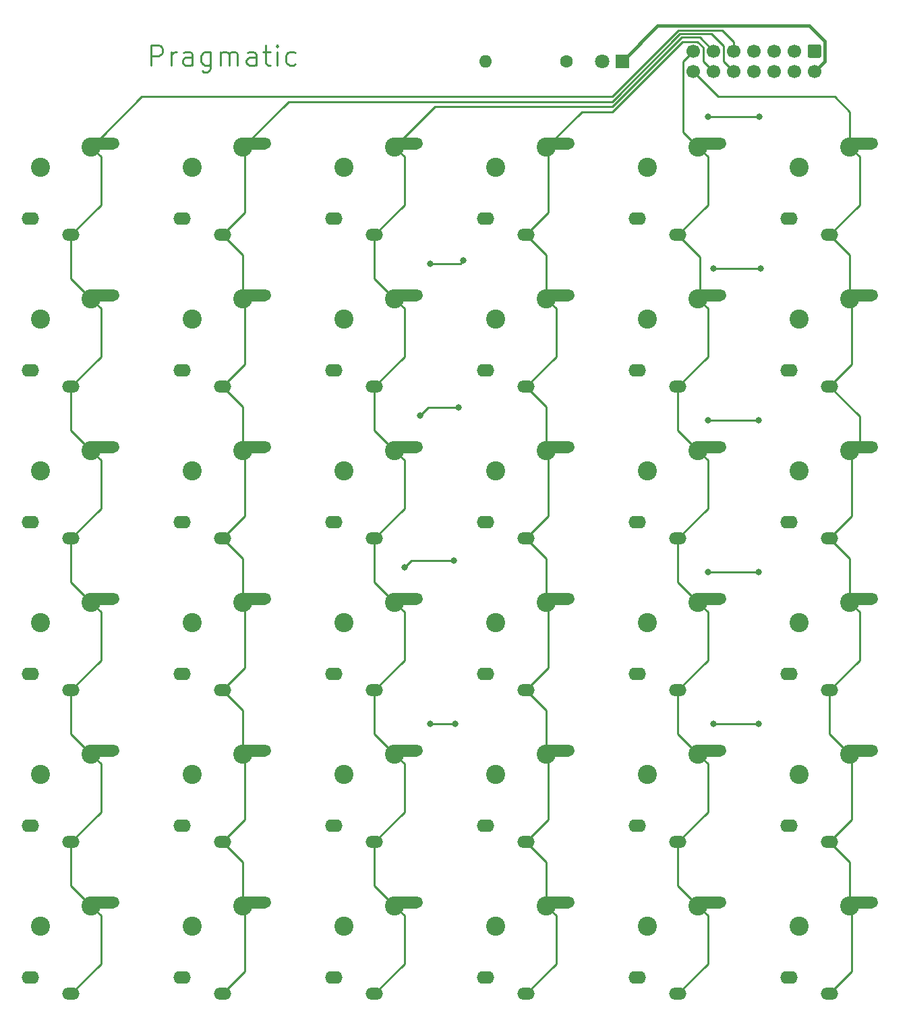
<source format=gbr>
%TF.GenerationSoftware,KiCad,Pcbnew,(5.1.10-1-10_14)*%
%TF.CreationDate,2021-11-08T13:37:15+08:00*%
%TF.ProjectId,Pragmatic,50726167-6d61-4746-9963-2e6b69636164,rev?*%
%TF.SameCoordinates,Original*%
%TF.FileFunction,Copper,L1,Top*%
%TF.FilePolarity,Positive*%
%FSLAX46Y46*%
G04 Gerber Fmt 4.6, Leading zero omitted, Abs format (unit mm)*
G04 Created by KiCad (PCBNEW (5.1.10-1-10_14)) date 2021-11-08 13:37:15*
%MOMM*%
%LPD*%
G01*
G04 APERTURE LIST*
%ADD10C,0.254000*%
%TA.AperFunction,ComponentPad*%
%ADD11C,2.400000*%
%TD*%
%TA.AperFunction,ComponentPad*%
%ADD12O,2.200000X1.600000*%
%TD*%
%TA.AperFunction,ComponentPad*%
%ADD13O,2.200000X1.500000*%
%TD*%
%TA.AperFunction,ComponentPad*%
%ADD14O,1.600000X1.600000*%
%TD*%
%TA.AperFunction,ComponentPad*%
%ADD15C,1.600000*%
%TD*%
%TA.AperFunction,ComponentPad*%
%ADD16C,1.700000*%
%TD*%
%TA.AperFunction,ComponentPad*%
%ADD17C,1.800000*%
%TD*%
%TA.AperFunction,ComponentPad*%
%ADD18R,1.800000X1.800000*%
%TD*%
%TA.AperFunction,ViaPad*%
%ADD19C,0.800000*%
%TD*%
%TA.AperFunction,Conductor*%
%ADD20C,0.250000*%
%TD*%
%TA.AperFunction,Conductor*%
%ADD21C,0.400000*%
%TD*%
G04 APERTURE END LIST*
%TO.C,REF\u002A\u002A*%
D10*
X67189047Y-41789047D02*
X67189047Y-39249047D01*
X68156666Y-39249047D01*
X68398571Y-39370000D01*
X68519523Y-39490952D01*
X68640476Y-39732857D01*
X68640476Y-40095714D01*
X68519523Y-40337619D01*
X68398571Y-40458571D01*
X68156666Y-40579523D01*
X67189047Y-40579523D01*
X69729047Y-41789047D02*
X69729047Y-40095714D01*
X69729047Y-40579523D02*
X69850000Y-40337619D01*
X69970952Y-40216666D01*
X70212857Y-40095714D01*
X70454761Y-40095714D01*
X72390000Y-41789047D02*
X72390000Y-40458571D01*
X72269047Y-40216666D01*
X72027142Y-40095714D01*
X71543333Y-40095714D01*
X71301428Y-40216666D01*
X72390000Y-41668095D02*
X72148095Y-41789047D01*
X71543333Y-41789047D01*
X71301428Y-41668095D01*
X71180476Y-41426190D01*
X71180476Y-41184285D01*
X71301428Y-40942380D01*
X71543333Y-40821428D01*
X72148095Y-40821428D01*
X72390000Y-40700476D01*
X74688095Y-40095714D02*
X74688095Y-42151904D01*
X74567142Y-42393809D01*
X74446190Y-42514761D01*
X74204285Y-42635714D01*
X73841428Y-42635714D01*
X73599523Y-42514761D01*
X74688095Y-41668095D02*
X74446190Y-41789047D01*
X73962380Y-41789047D01*
X73720476Y-41668095D01*
X73599523Y-41547142D01*
X73478571Y-41305238D01*
X73478571Y-40579523D01*
X73599523Y-40337619D01*
X73720476Y-40216666D01*
X73962380Y-40095714D01*
X74446190Y-40095714D01*
X74688095Y-40216666D01*
X75897619Y-41789047D02*
X75897619Y-40095714D01*
X75897619Y-40337619D02*
X76018571Y-40216666D01*
X76260476Y-40095714D01*
X76623333Y-40095714D01*
X76865238Y-40216666D01*
X76986190Y-40458571D01*
X76986190Y-41789047D01*
X76986190Y-40458571D02*
X77107142Y-40216666D01*
X77349047Y-40095714D01*
X77711904Y-40095714D01*
X77953809Y-40216666D01*
X78074761Y-40458571D01*
X78074761Y-41789047D01*
X80372857Y-41789047D02*
X80372857Y-40458571D01*
X80251904Y-40216666D01*
X80010000Y-40095714D01*
X79526190Y-40095714D01*
X79284285Y-40216666D01*
X80372857Y-41668095D02*
X80130952Y-41789047D01*
X79526190Y-41789047D01*
X79284285Y-41668095D01*
X79163333Y-41426190D01*
X79163333Y-41184285D01*
X79284285Y-40942380D01*
X79526190Y-40821428D01*
X80130952Y-40821428D01*
X80372857Y-40700476D01*
X81219523Y-40095714D02*
X82187142Y-40095714D01*
X81582380Y-39249047D02*
X81582380Y-41426190D01*
X81703333Y-41668095D01*
X81945238Y-41789047D01*
X82187142Y-41789047D01*
X83033809Y-41789047D02*
X83033809Y-40095714D01*
X83033809Y-39249047D02*
X82912857Y-39370000D01*
X83033809Y-39490952D01*
X83154761Y-39370000D01*
X83033809Y-39249047D01*
X83033809Y-39490952D01*
X85331904Y-41668095D02*
X85090000Y-41789047D01*
X84606190Y-41789047D01*
X84364285Y-41668095D01*
X84243333Y-41547142D01*
X84122380Y-41305238D01*
X84122380Y-40579523D01*
X84243333Y-40337619D01*
X84364285Y-40216666D01*
X84606190Y-40095714D01*
X85090000Y-40095714D01*
X85331904Y-40216666D01*
%TD*%
D11*
%TO.P,SW10,2*%
%TO.N,Col10*%
X116840000Y-71120000D03*
%TA.AperFunction,ComponentPad*%
G36*
G01*
X116000126Y-70678797D02*
X116000126Y-70678797D01*
G75*
G02*
X116743552Y-69922281I749971J6545D01*
G01*
X119643442Y-69896975D01*
G75*
G02*
X120399958Y-70640401I6545J-749971D01*
G01*
X120399958Y-70640401D01*
G75*
G02*
X119656532Y-71396917I-749971J-6545D01*
G01*
X116756642Y-71422223D01*
G75*
G02*
X116000126Y-70678797I-6545J749971D01*
G01*
G37*
%TD.AperFunction*%
D12*
%TO.P,SW10,1*%
%TO.N,Net-(D10-Pad2)*%
X109200000Y-80100000D03*
D13*
%TO.P,SW10,2*%
%TO.N,Col10*%
X114300000Y-82100000D03*
D11*
%TO.P,SW10,1*%
%TO.N,Net-(D10-Pad2)*%
X110490000Y-73660000D03*
%TD*%
%TO.P,SW36,2*%
%TO.N,Col12*%
X154940000Y-147320000D03*
%TA.AperFunction,ComponentPad*%
G36*
G01*
X154100126Y-146878797D02*
X154100126Y-146878797D01*
G75*
G02*
X154843552Y-146122281I749971J6545D01*
G01*
X157743442Y-146096975D01*
G75*
G02*
X158499958Y-146840401I6545J-749971D01*
G01*
X158499958Y-146840401D01*
G75*
G02*
X157756532Y-147596917I-749971J-6545D01*
G01*
X154856642Y-147622223D01*
G75*
G02*
X154100126Y-146878797I-6545J749971D01*
G01*
G37*
%TD.AperFunction*%
D12*
%TO.P,SW36,1*%
%TO.N,Net-(D36-Pad2)*%
X147300000Y-156300000D03*
D13*
%TO.P,SW36,2*%
%TO.N,Col12*%
X152400000Y-158300000D03*
D11*
%TO.P,SW36,1*%
%TO.N,Net-(D36-Pad2)*%
X148590000Y-149860000D03*
%TD*%
%TO.P,SW3,2*%
%TO.N,Col9*%
X97790000Y-52070000D03*
%TA.AperFunction,ComponentPad*%
G36*
G01*
X96950126Y-51628797D02*
X96950126Y-51628797D01*
G75*
G02*
X97693552Y-50872281I749971J6545D01*
G01*
X100593442Y-50846975D01*
G75*
G02*
X101349958Y-51590401I6545J-749971D01*
G01*
X101349958Y-51590401D01*
G75*
G02*
X100606532Y-52346917I-749971J-6545D01*
G01*
X97706642Y-52372223D01*
G75*
G02*
X96950126Y-51628797I-6545J749971D01*
G01*
G37*
%TD.AperFunction*%
D12*
%TO.P,SW3,1*%
%TO.N,Net-(D3-Pad2)*%
X90150000Y-61050000D03*
D13*
%TO.P,SW3,2*%
%TO.N,Col9*%
X95250000Y-63050000D03*
D11*
%TO.P,SW3,1*%
%TO.N,Net-(D3-Pad2)*%
X91440000Y-54610000D03*
%TD*%
%TO.P,SW2,2*%
%TO.N,Col8*%
X78740000Y-52070000D03*
%TA.AperFunction,ComponentPad*%
G36*
G01*
X77900126Y-51628797D02*
X77900126Y-51628797D01*
G75*
G02*
X78643552Y-50872281I749971J6545D01*
G01*
X81543442Y-50846975D01*
G75*
G02*
X82299958Y-51590401I6545J-749971D01*
G01*
X82299958Y-51590401D01*
G75*
G02*
X81556532Y-52346917I-749971J-6545D01*
G01*
X78656642Y-52372223D01*
G75*
G02*
X77900126Y-51628797I-6545J749971D01*
G01*
G37*
%TD.AperFunction*%
D12*
%TO.P,SW2,1*%
%TO.N,Net-(D2-Pad2)*%
X71100000Y-61050000D03*
D13*
%TO.P,SW2,2*%
%TO.N,Col8*%
X76200000Y-63050000D03*
D11*
%TO.P,SW2,1*%
%TO.N,Net-(D2-Pad2)*%
X72390000Y-54610000D03*
%TD*%
%TO.P,SW29,2*%
%TO.N,Col11*%
X135890000Y-128270000D03*
%TA.AperFunction,ComponentPad*%
G36*
G01*
X135050126Y-127828797D02*
X135050126Y-127828797D01*
G75*
G02*
X135793552Y-127072281I749971J6545D01*
G01*
X138693442Y-127046975D01*
G75*
G02*
X139449958Y-127790401I6545J-749971D01*
G01*
X139449958Y-127790401D01*
G75*
G02*
X138706532Y-128546917I-749971J-6545D01*
G01*
X135806642Y-128572223D01*
G75*
G02*
X135050126Y-127828797I-6545J749971D01*
G01*
G37*
%TD.AperFunction*%
D12*
%TO.P,SW29,1*%
%TO.N,Net-(D29-Pad2)*%
X128250000Y-137250000D03*
D13*
%TO.P,SW29,2*%
%TO.N,Col11*%
X133350000Y-139250000D03*
D11*
%TO.P,SW29,1*%
%TO.N,Net-(D29-Pad2)*%
X129540000Y-130810000D03*
%TD*%
%TO.P,SW28,2*%
%TO.N,Col10*%
X116840000Y-128270000D03*
%TA.AperFunction,ComponentPad*%
G36*
G01*
X116000126Y-127828797D02*
X116000126Y-127828797D01*
G75*
G02*
X116743552Y-127072281I749971J6545D01*
G01*
X119643442Y-127046975D01*
G75*
G02*
X120399958Y-127790401I6545J-749971D01*
G01*
X120399958Y-127790401D01*
G75*
G02*
X119656532Y-128546917I-749971J-6545D01*
G01*
X116756642Y-128572223D01*
G75*
G02*
X116000126Y-127828797I-6545J749971D01*
G01*
G37*
%TD.AperFunction*%
D12*
%TO.P,SW28,1*%
%TO.N,Net-(D28-Pad2)*%
X109200000Y-137250000D03*
D13*
%TO.P,SW28,2*%
%TO.N,Col10*%
X114300000Y-139250000D03*
D11*
%TO.P,SW28,1*%
%TO.N,Net-(D28-Pad2)*%
X110490000Y-130810000D03*
%TD*%
%TO.P,SW24,2*%
%TO.N,Col12*%
X154940000Y-109220000D03*
%TA.AperFunction,ComponentPad*%
G36*
G01*
X154100126Y-108778797D02*
X154100126Y-108778797D01*
G75*
G02*
X154843552Y-108022281I749971J6545D01*
G01*
X157743442Y-107996975D01*
G75*
G02*
X158499958Y-108740401I6545J-749971D01*
G01*
X158499958Y-108740401D01*
G75*
G02*
X157756532Y-109496917I-749971J-6545D01*
G01*
X154856642Y-109522223D01*
G75*
G02*
X154100126Y-108778797I-6545J749971D01*
G01*
G37*
%TD.AperFunction*%
D12*
%TO.P,SW24,1*%
%TO.N,Net-(D24-Pad2)*%
X147300000Y-118200000D03*
D13*
%TO.P,SW24,2*%
%TO.N,Col12*%
X152400000Y-120200000D03*
D11*
%TO.P,SW24,1*%
%TO.N,Net-(D24-Pad2)*%
X148590000Y-111760000D03*
%TD*%
%TO.P,SW35,2*%
%TO.N,Col11*%
X135890000Y-147320000D03*
%TA.AperFunction,ComponentPad*%
G36*
G01*
X135050126Y-146878797D02*
X135050126Y-146878797D01*
G75*
G02*
X135793552Y-146122281I749971J6545D01*
G01*
X138693442Y-146096975D01*
G75*
G02*
X139449958Y-146840401I6545J-749971D01*
G01*
X139449958Y-146840401D01*
G75*
G02*
X138706532Y-147596917I-749971J-6545D01*
G01*
X135806642Y-147622223D01*
G75*
G02*
X135050126Y-146878797I-6545J749971D01*
G01*
G37*
%TD.AperFunction*%
D12*
%TO.P,SW35,1*%
%TO.N,Net-(D35-Pad2)*%
X128250000Y-156300000D03*
D13*
%TO.P,SW35,2*%
%TO.N,Col11*%
X133350000Y-158300000D03*
D11*
%TO.P,SW35,1*%
%TO.N,Net-(D35-Pad2)*%
X129540000Y-149860000D03*
%TD*%
%TO.P,SW34,2*%
%TO.N,Col10*%
X116840000Y-147320000D03*
%TA.AperFunction,ComponentPad*%
G36*
G01*
X116000126Y-146878797D02*
X116000126Y-146878797D01*
G75*
G02*
X116743552Y-146122281I749971J6545D01*
G01*
X119643442Y-146096975D01*
G75*
G02*
X120399958Y-146840401I6545J-749971D01*
G01*
X120399958Y-146840401D01*
G75*
G02*
X119656532Y-147596917I-749971J-6545D01*
G01*
X116756642Y-147622223D01*
G75*
G02*
X116000126Y-146878797I-6545J749971D01*
G01*
G37*
%TD.AperFunction*%
D12*
%TO.P,SW34,1*%
%TO.N,Net-(D34-Pad2)*%
X109200000Y-156300000D03*
D13*
%TO.P,SW34,2*%
%TO.N,Col10*%
X114300000Y-158300000D03*
D11*
%TO.P,SW34,1*%
%TO.N,Net-(D34-Pad2)*%
X110490000Y-149860000D03*
%TD*%
%TO.P,SW33,2*%
%TO.N,Col9*%
X97790000Y-147320000D03*
%TA.AperFunction,ComponentPad*%
G36*
G01*
X96950126Y-146878797D02*
X96950126Y-146878797D01*
G75*
G02*
X97693552Y-146122281I749971J6545D01*
G01*
X100593442Y-146096975D01*
G75*
G02*
X101349958Y-146840401I6545J-749971D01*
G01*
X101349958Y-146840401D01*
G75*
G02*
X100606532Y-147596917I-749971J-6545D01*
G01*
X97706642Y-147622223D01*
G75*
G02*
X96950126Y-146878797I-6545J749971D01*
G01*
G37*
%TD.AperFunction*%
D12*
%TO.P,SW33,1*%
%TO.N,Net-(D33-Pad2)*%
X90150000Y-156300000D03*
D13*
%TO.P,SW33,2*%
%TO.N,Col9*%
X95250000Y-158300000D03*
D11*
%TO.P,SW33,1*%
%TO.N,Net-(D33-Pad2)*%
X91440000Y-149860000D03*
%TD*%
%TO.P,SW32,2*%
%TO.N,Col8*%
X78740000Y-147320000D03*
%TA.AperFunction,ComponentPad*%
G36*
G01*
X77900126Y-146878797D02*
X77900126Y-146878797D01*
G75*
G02*
X78643552Y-146122281I749971J6545D01*
G01*
X81543442Y-146096975D01*
G75*
G02*
X82299958Y-146840401I6545J-749971D01*
G01*
X82299958Y-146840401D01*
G75*
G02*
X81556532Y-147596917I-749971J-6545D01*
G01*
X78656642Y-147622223D01*
G75*
G02*
X77900126Y-146878797I-6545J749971D01*
G01*
G37*
%TD.AperFunction*%
D12*
%TO.P,SW32,1*%
%TO.N,Net-(D32-Pad2)*%
X71100000Y-156300000D03*
D13*
%TO.P,SW32,2*%
%TO.N,Col8*%
X76200000Y-158300000D03*
D11*
%TO.P,SW32,1*%
%TO.N,Net-(D32-Pad2)*%
X72390000Y-149860000D03*
%TD*%
%TO.P,SW31,2*%
%TO.N,Col7*%
X59690000Y-147320000D03*
%TA.AperFunction,ComponentPad*%
G36*
G01*
X58850126Y-146878797D02*
X58850126Y-146878797D01*
G75*
G02*
X59593552Y-146122281I749971J6545D01*
G01*
X62493442Y-146096975D01*
G75*
G02*
X63249958Y-146840401I6545J-749971D01*
G01*
X63249958Y-146840401D01*
G75*
G02*
X62506532Y-147596917I-749971J-6545D01*
G01*
X59606642Y-147622223D01*
G75*
G02*
X58850126Y-146878797I-6545J749971D01*
G01*
G37*
%TD.AperFunction*%
D12*
%TO.P,SW31,1*%
%TO.N,Net-(D31-Pad2)*%
X52050000Y-156300000D03*
D13*
%TO.P,SW31,2*%
%TO.N,Col7*%
X57150000Y-158300000D03*
D11*
%TO.P,SW31,1*%
%TO.N,Net-(D31-Pad2)*%
X53340000Y-149860000D03*
%TD*%
%TO.P,SW30,2*%
%TO.N,Col12*%
X154940000Y-128270000D03*
%TA.AperFunction,ComponentPad*%
G36*
G01*
X154100126Y-127828797D02*
X154100126Y-127828797D01*
G75*
G02*
X154843552Y-127072281I749971J6545D01*
G01*
X157743442Y-127046975D01*
G75*
G02*
X158499958Y-127790401I6545J-749971D01*
G01*
X158499958Y-127790401D01*
G75*
G02*
X157756532Y-128546917I-749971J-6545D01*
G01*
X154856642Y-128572223D01*
G75*
G02*
X154100126Y-127828797I-6545J749971D01*
G01*
G37*
%TD.AperFunction*%
D12*
%TO.P,SW30,1*%
%TO.N,Net-(D30-Pad2)*%
X147300000Y-137250000D03*
D13*
%TO.P,SW30,2*%
%TO.N,Col12*%
X152400000Y-139250000D03*
D11*
%TO.P,SW30,1*%
%TO.N,Net-(D30-Pad2)*%
X148590000Y-130810000D03*
%TD*%
%TO.P,SW27,2*%
%TO.N,Col9*%
X97790000Y-128270000D03*
%TA.AperFunction,ComponentPad*%
G36*
G01*
X96950126Y-127828797D02*
X96950126Y-127828797D01*
G75*
G02*
X97693552Y-127072281I749971J6545D01*
G01*
X100593442Y-127046975D01*
G75*
G02*
X101349958Y-127790401I6545J-749971D01*
G01*
X101349958Y-127790401D01*
G75*
G02*
X100606532Y-128546917I-749971J-6545D01*
G01*
X97706642Y-128572223D01*
G75*
G02*
X96950126Y-127828797I-6545J749971D01*
G01*
G37*
%TD.AperFunction*%
D12*
%TO.P,SW27,1*%
%TO.N,Net-(D27-Pad2)*%
X90150000Y-137250000D03*
D13*
%TO.P,SW27,2*%
%TO.N,Col9*%
X95250000Y-139250000D03*
D11*
%TO.P,SW27,1*%
%TO.N,Net-(D27-Pad2)*%
X91440000Y-130810000D03*
%TD*%
%TO.P,SW26,2*%
%TO.N,Col8*%
X78740000Y-128270000D03*
%TA.AperFunction,ComponentPad*%
G36*
G01*
X77900126Y-127828797D02*
X77900126Y-127828797D01*
G75*
G02*
X78643552Y-127072281I749971J6545D01*
G01*
X81543442Y-127046975D01*
G75*
G02*
X82299958Y-127790401I6545J-749971D01*
G01*
X82299958Y-127790401D01*
G75*
G02*
X81556532Y-128546917I-749971J-6545D01*
G01*
X78656642Y-128572223D01*
G75*
G02*
X77900126Y-127828797I-6545J749971D01*
G01*
G37*
%TD.AperFunction*%
D12*
%TO.P,SW26,1*%
%TO.N,Net-(D26-Pad2)*%
X71100000Y-137250000D03*
D13*
%TO.P,SW26,2*%
%TO.N,Col8*%
X76200000Y-139250000D03*
D11*
%TO.P,SW26,1*%
%TO.N,Net-(D26-Pad2)*%
X72390000Y-130810000D03*
%TD*%
%TO.P,SW25,2*%
%TO.N,Col7*%
X59690000Y-128270000D03*
%TA.AperFunction,ComponentPad*%
G36*
G01*
X58850126Y-127828797D02*
X58850126Y-127828797D01*
G75*
G02*
X59593552Y-127072281I749971J6545D01*
G01*
X62493442Y-127046975D01*
G75*
G02*
X63249958Y-127790401I6545J-749971D01*
G01*
X63249958Y-127790401D01*
G75*
G02*
X62506532Y-128546917I-749971J-6545D01*
G01*
X59606642Y-128572223D01*
G75*
G02*
X58850126Y-127828797I-6545J749971D01*
G01*
G37*
%TD.AperFunction*%
D12*
%TO.P,SW25,1*%
%TO.N,Net-(D25-Pad2)*%
X52050000Y-137250000D03*
D13*
%TO.P,SW25,2*%
%TO.N,Col7*%
X57150000Y-139250000D03*
D11*
%TO.P,SW25,1*%
%TO.N,Net-(D25-Pad2)*%
X53340000Y-130810000D03*
%TD*%
%TO.P,SW23,2*%
%TO.N,Col11*%
X135890000Y-109220000D03*
%TA.AperFunction,ComponentPad*%
G36*
G01*
X135050126Y-108778797D02*
X135050126Y-108778797D01*
G75*
G02*
X135793552Y-108022281I749971J6545D01*
G01*
X138693442Y-107996975D01*
G75*
G02*
X139449958Y-108740401I6545J-749971D01*
G01*
X139449958Y-108740401D01*
G75*
G02*
X138706532Y-109496917I-749971J-6545D01*
G01*
X135806642Y-109522223D01*
G75*
G02*
X135050126Y-108778797I-6545J749971D01*
G01*
G37*
%TD.AperFunction*%
D12*
%TO.P,SW23,1*%
%TO.N,Net-(D23-Pad2)*%
X128250000Y-118200000D03*
D13*
%TO.P,SW23,2*%
%TO.N,Col11*%
X133350000Y-120200000D03*
D11*
%TO.P,SW23,1*%
%TO.N,Net-(D23-Pad2)*%
X129540000Y-111760000D03*
%TD*%
%TO.P,SW22,2*%
%TO.N,Col10*%
X116840000Y-109220000D03*
%TA.AperFunction,ComponentPad*%
G36*
G01*
X116000126Y-108778797D02*
X116000126Y-108778797D01*
G75*
G02*
X116743552Y-108022281I749971J6545D01*
G01*
X119643442Y-107996975D01*
G75*
G02*
X120399958Y-108740401I6545J-749971D01*
G01*
X120399958Y-108740401D01*
G75*
G02*
X119656532Y-109496917I-749971J-6545D01*
G01*
X116756642Y-109522223D01*
G75*
G02*
X116000126Y-108778797I-6545J749971D01*
G01*
G37*
%TD.AperFunction*%
D12*
%TO.P,SW22,1*%
%TO.N,Net-(D22-Pad2)*%
X109200000Y-118200000D03*
D13*
%TO.P,SW22,2*%
%TO.N,Col10*%
X114300000Y-120200000D03*
D11*
%TO.P,SW22,1*%
%TO.N,Net-(D22-Pad2)*%
X110490000Y-111760000D03*
%TD*%
%TO.P,SW21,2*%
%TO.N,Col9*%
X97790000Y-109220000D03*
%TA.AperFunction,ComponentPad*%
G36*
G01*
X96950126Y-108778797D02*
X96950126Y-108778797D01*
G75*
G02*
X97693552Y-108022281I749971J6545D01*
G01*
X100593442Y-107996975D01*
G75*
G02*
X101349958Y-108740401I6545J-749971D01*
G01*
X101349958Y-108740401D01*
G75*
G02*
X100606532Y-109496917I-749971J-6545D01*
G01*
X97706642Y-109522223D01*
G75*
G02*
X96950126Y-108778797I-6545J749971D01*
G01*
G37*
%TD.AperFunction*%
D12*
%TO.P,SW21,1*%
%TO.N,Net-(D21-Pad2)*%
X90150000Y-118200000D03*
D13*
%TO.P,SW21,2*%
%TO.N,Col9*%
X95250000Y-120200000D03*
D11*
%TO.P,SW21,1*%
%TO.N,Net-(D21-Pad2)*%
X91440000Y-111760000D03*
%TD*%
%TO.P,SW20,2*%
%TO.N,Col8*%
X78740000Y-109220000D03*
%TA.AperFunction,ComponentPad*%
G36*
G01*
X77900126Y-108778797D02*
X77900126Y-108778797D01*
G75*
G02*
X78643552Y-108022281I749971J6545D01*
G01*
X81543442Y-107996975D01*
G75*
G02*
X82299958Y-108740401I6545J-749971D01*
G01*
X82299958Y-108740401D01*
G75*
G02*
X81556532Y-109496917I-749971J-6545D01*
G01*
X78656642Y-109522223D01*
G75*
G02*
X77900126Y-108778797I-6545J749971D01*
G01*
G37*
%TD.AperFunction*%
D12*
%TO.P,SW20,1*%
%TO.N,Net-(D20-Pad2)*%
X71100000Y-118200000D03*
D13*
%TO.P,SW20,2*%
%TO.N,Col8*%
X76200000Y-120200000D03*
D11*
%TO.P,SW20,1*%
%TO.N,Net-(D20-Pad2)*%
X72390000Y-111760000D03*
%TD*%
%TO.P,SW19,2*%
%TO.N,Col7*%
X59690000Y-109220000D03*
%TA.AperFunction,ComponentPad*%
G36*
G01*
X58850126Y-108778797D02*
X58850126Y-108778797D01*
G75*
G02*
X59593552Y-108022281I749971J6545D01*
G01*
X62493442Y-107996975D01*
G75*
G02*
X63249958Y-108740401I6545J-749971D01*
G01*
X63249958Y-108740401D01*
G75*
G02*
X62506532Y-109496917I-749971J-6545D01*
G01*
X59606642Y-109522223D01*
G75*
G02*
X58850126Y-108778797I-6545J749971D01*
G01*
G37*
%TD.AperFunction*%
D12*
%TO.P,SW19,1*%
%TO.N,Net-(D19-Pad2)*%
X52050000Y-118200000D03*
D13*
%TO.P,SW19,2*%
%TO.N,Col7*%
X57150000Y-120200000D03*
D11*
%TO.P,SW19,1*%
%TO.N,Net-(D19-Pad2)*%
X53340000Y-111760000D03*
%TD*%
%TO.P,SW18,2*%
%TO.N,Col12*%
X154940000Y-90170000D03*
%TA.AperFunction,ComponentPad*%
G36*
G01*
X154100126Y-89728797D02*
X154100126Y-89728797D01*
G75*
G02*
X154843552Y-88972281I749971J6545D01*
G01*
X157743442Y-88946975D01*
G75*
G02*
X158499958Y-89690401I6545J-749971D01*
G01*
X158499958Y-89690401D01*
G75*
G02*
X157756532Y-90446917I-749971J-6545D01*
G01*
X154856642Y-90472223D01*
G75*
G02*
X154100126Y-89728797I-6545J749971D01*
G01*
G37*
%TD.AperFunction*%
D12*
%TO.P,SW18,1*%
%TO.N,Net-(D18-Pad2)*%
X147300000Y-99150000D03*
D13*
%TO.P,SW18,2*%
%TO.N,Col12*%
X152400000Y-101150000D03*
D11*
%TO.P,SW18,1*%
%TO.N,Net-(D18-Pad2)*%
X148590000Y-92710000D03*
%TD*%
%TO.P,SW17,2*%
%TO.N,Col11*%
X135890000Y-90170000D03*
%TA.AperFunction,ComponentPad*%
G36*
G01*
X135050126Y-89728797D02*
X135050126Y-89728797D01*
G75*
G02*
X135793552Y-88972281I749971J6545D01*
G01*
X138693442Y-88946975D01*
G75*
G02*
X139449958Y-89690401I6545J-749971D01*
G01*
X139449958Y-89690401D01*
G75*
G02*
X138706532Y-90446917I-749971J-6545D01*
G01*
X135806642Y-90472223D01*
G75*
G02*
X135050126Y-89728797I-6545J749971D01*
G01*
G37*
%TD.AperFunction*%
D12*
%TO.P,SW17,1*%
%TO.N,Net-(D17-Pad2)*%
X128250000Y-99150000D03*
D13*
%TO.P,SW17,2*%
%TO.N,Col11*%
X133350000Y-101150000D03*
D11*
%TO.P,SW17,1*%
%TO.N,Net-(D17-Pad2)*%
X129540000Y-92710000D03*
%TD*%
%TO.P,SW16,2*%
%TO.N,Col10*%
X116840000Y-90170000D03*
%TA.AperFunction,ComponentPad*%
G36*
G01*
X116000126Y-89728797D02*
X116000126Y-89728797D01*
G75*
G02*
X116743552Y-88972281I749971J6545D01*
G01*
X119643442Y-88946975D01*
G75*
G02*
X120399958Y-89690401I6545J-749971D01*
G01*
X120399958Y-89690401D01*
G75*
G02*
X119656532Y-90446917I-749971J-6545D01*
G01*
X116756642Y-90472223D01*
G75*
G02*
X116000126Y-89728797I-6545J749971D01*
G01*
G37*
%TD.AperFunction*%
D12*
%TO.P,SW16,1*%
%TO.N,Net-(D16-Pad2)*%
X109200000Y-99150000D03*
D13*
%TO.P,SW16,2*%
%TO.N,Col10*%
X114300000Y-101150000D03*
D11*
%TO.P,SW16,1*%
%TO.N,Net-(D16-Pad2)*%
X110490000Y-92710000D03*
%TD*%
%TO.P,SW15,2*%
%TO.N,Col9*%
X97790000Y-90170000D03*
%TA.AperFunction,ComponentPad*%
G36*
G01*
X96950126Y-89728797D02*
X96950126Y-89728797D01*
G75*
G02*
X97693552Y-88972281I749971J6545D01*
G01*
X100593442Y-88946975D01*
G75*
G02*
X101349958Y-89690401I6545J-749971D01*
G01*
X101349958Y-89690401D01*
G75*
G02*
X100606532Y-90446917I-749971J-6545D01*
G01*
X97706642Y-90472223D01*
G75*
G02*
X96950126Y-89728797I-6545J749971D01*
G01*
G37*
%TD.AperFunction*%
D12*
%TO.P,SW15,1*%
%TO.N,Net-(D15-Pad2)*%
X90150000Y-99150000D03*
D13*
%TO.P,SW15,2*%
%TO.N,Col9*%
X95250000Y-101150000D03*
D11*
%TO.P,SW15,1*%
%TO.N,Net-(D15-Pad2)*%
X91440000Y-92710000D03*
%TD*%
%TO.P,SW14,2*%
%TO.N,Col8*%
X78740000Y-90170000D03*
%TA.AperFunction,ComponentPad*%
G36*
G01*
X77900126Y-89728797D02*
X77900126Y-89728797D01*
G75*
G02*
X78643552Y-88972281I749971J6545D01*
G01*
X81543442Y-88946975D01*
G75*
G02*
X82299958Y-89690401I6545J-749971D01*
G01*
X82299958Y-89690401D01*
G75*
G02*
X81556532Y-90446917I-749971J-6545D01*
G01*
X78656642Y-90472223D01*
G75*
G02*
X77900126Y-89728797I-6545J749971D01*
G01*
G37*
%TD.AperFunction*%
D12*
%TO.P,SW14,1*%
%TO.N,Net-(D14-Pad2)*%
X71100000Y-99150000D03*
D13*
%TO.P,SW14,2*%
%TO.N,Col8*%
X76200000Y-101150000D03*
D11*
%TO.P,SW14,1*%
%TO.N,Net-(D14-Pad2)*%
X72390000Y-92710000D03*
%TD*%
%TO.P,SW13,2*%
%TO.N,Col7*%
X59690000Y-90170000D03*
%TA.AperFunction,ComponentPad*%
G36*
G01*
X58850126Y-89728797D02*
X58850126Y-89728797D01*
G75*
G02*
X59593552Y-88972281I749971J6545D01*
G01*
X62493442Y-88946975D01*
G75*
G02*
X63249958Y-89690401I6545J-749971D01*
G01*
X63249958Y-89690401D01*
G75*
G02*
X62506532Y-90446917I-749971J-6545D01*
G01*
X59606642Y-90472223D01*
G75*
G02*
X58850126Y-89728797I-6545J749971D01*
G01*
G37*
%TD.AperFunction*%
D12*
%TO.P,SW13,1*%
%TO.N,Net-(D13-Pad2)*%
X52050000Y-99150000D03*
D13*
%TO.P,SW13,2*%
%TO.N,Col7*%
X57150000Y-101150000D03*
D11*
%TO.P,SW13,1*%
%TO.N,Net-(D13-Pad2)*%
X53340000Y-92710000D03*
%TD*%
%TO.P,SW12,2*%
%TO.N,Col12*%
X154940000Y-71120000D03*
%TA.AperFunction,ComponentPad*%
G36*
G01*
X154100126Y-70678797D02*
X154100126Y-70678797D01*
G75*
G02*
X154843552Y-69922281I749971J6545D01*
G01*
X157743442Y-69896975D01*
G75*
G02*
X158499958Y-70640401I6545J-749971D01*
G01*
X158499958Y-70640401D01*
G75*
G02*
X157756532Y-71396917I-749971J-6545D01*
G01*
X154856642Y-71422223D01*
G75*
G02*
X154100126Y-70678797I-6545J749971D01*
G01*
G37*
%TD.AperFunction*%
D12*
%TO.P,SW12,1*%
%TO.N,Net-(D12-Pad2)*%
X147300000Y-80100000D03*
D13*
%TO.P,SW12,2*%
%TO.N,Col12*%
X152400000Y-82100000D03*
D11*
%TO.P,SW12,1*%
%TO.N,Net-(D12-Pad2)*%
X148590000Y-73660000D03*
%TD*%
%TO.P,SW11,2*%
%TO.N,Col11*%
X135890000Y-71120000D03*
%TA.AperFunction,ComponentPad*%
G36*
G01*
X135050126Y-70678797D02*
X135050126Y-70678797D01*
G75*
G02*
X135793552Y-69922281I749971J6545D01*
G01*
X138693442Y-69896975D01*
G75*
G02*
X139449958Y-70640401I6545J-749971D01*
G01*
X139449958Y-70640401D01*
G75*
G02*
X138706532Y-71396917I-749971J-6545D01*
G01*
X135806642Y-71422223D01*
G75*
G02*
X135050126Y-70678797I-6545J749971D01*
G01*
G37*
%TD.AperFunction*%
D12*
%TO.P,SW11,1*%
%TO.N,Net-(D11-Pad2)*%
X128250000Y-80100000D03*
D13*
%TO.P,SW11,2*%
%TO.N,Col11*%
X133350000Y-82100000D03*
D11*
%TO.P,SW11,1*%
%TO.N,Net-(D11-Pad2)*%
X129540000Y-73660000D03*
%TD*%
%TO.P,SW9,2*%
%TO.N,Col9*%
X97790000Y-71120000D03*
%TA.AperFunction,ComponentPad*%
G36*
G01*
X96950126Y-70678797D02*
X96950126Y-70678797D01*
G75*
G02*
X97693552Y-69922281I749971J6545D01*
G01*
X100593442Y-69896975D01*
G75*
G02*
X101349958Y-70640401I6545J-749971D01*
G01*
X101349958Y-70640401D01*
G75*
G02*
X100606532Y-71396917I-749971J-6545D01*
G01*
X97706642Y-71422223D01*
G75*
G02*
X96950126Y-70678797I-6545J749971D01*
G01*
G37*
%TD.AperFunction*%
D12*
%TO.P,SW9,1*%
%TO.N,Net-(D9-Pad2)*%
X90150000Y-80100000D03*
D13*
%TO.P,SW9,2*%
%TO.N,Col9*%
X95250000Y-82100000D03*
D11*
%TO.P,SW9,1*%
%TO.N,Net-(D9-Pad2)*%
X91440000Y-73660000D03*
%TD*%
%TO.P,SW8,2*%
%TO.N,Col8*%
X78740000Y-71120000D03*
%TA.AperFunction,ComponentPad*%
G36*
G01*
X77900126Y-70678797D02*
X77900126Y-70678797D01*
G75*
G02*
X78643552Y-69922281I749971J6545D01*
G01*
X81543442Y-69896975D01*
G75*
G02*
X82299958Y-70640401I6545J-749971D01*
G01*
X82299958Y-70640401D01*
G75*
G02*
X81556532Y-71396917I-749971J-6545D01*
G01*
X78656642Y-71422223D01*
G75*
G02*
X77900126Y-70678797I-6545J749971D01*
G01*
G37*
%TD.AperFunction*%
D12*
%TO.P,SW8,1*%
%TO.N,Net-(D8-Pad2)*%
X71100000Y-80100000D03*
D13*
%TO.P,SW8,2*%
%TO.N,Col8*%
X76200000Y-82100000D03*
D11*
%TO.P,SW8,1*%
%TO.N,Net-(D8-Pad2)*%
X72390000Y-73660000D03*
%TD*%
%TO.P,SW7,2*%
%TO.N,Col7*%
X59690000Y-71120000D03*
%TA.AperFunction,ComponentPad*%
G36*
G01*
X58850126Y-70678797D02*
X58850126Y-70678797D01*
G75*
G02*
X59593552Y-69922281I749971J6545D01*
G01*
X62493442Y-69896975D01*
G75*
G02*
X63249958Y-70640401I6545J-749971D01*
G01*
X63249958Y-70640401D01*
G75*
G02*
X62506532Y-71396917I-749971J-6545D01*
G01*
X59606642Y-71422223D01*
G75*
G02*
X58850126Y-70678797I-6545J749971D01*
G01*
G37*
%TD.AperFunction*%
D12*
%TO.P,SW7,1*%
%TO.N,Net-(D7-Pad2)*%
X52050000Y-80100000D03*
D13*
%TO.P,SW7,2*%
%TO.N,Col7*%
X57150000Y-82100000D03*
D11*
%TO.P,SW7,1*%
%TO.N,Net-(D7-Pad2)*%
X53340000Y-73660000D03*
%TD*%
%TO.P,SW6,2*%
%TO.N,Col12*%
X154940000Y-52070000D03*
%TA.AperFunction,ComponentPad*%
G36*
G01*
X154100126Y-51628797D02*
X154100126Y-51628797D01*
G75*
G02*
X154843552Y-50872281I749971J6545D01*
G01*
X157743442Y-50846975D01*
G75*
G02*
X158499958Y-51590401I6545J-749971D01*
G01*
X158499958Y-51590401D01*
G75*
G02*
X157756532Y-52346917I-749971J-6545D01*
G01*
X154856642Y-52372223D01*
G75*
G02*
X154100126Y-51628797I-6545J749971D01*
G01*
G37*
%TD.AperFunction*%
D12*
%TO.P,SW6,1*%
%TO.N,Net-(D6-Pad2)*%
X147300000Y-61050000D03*
D13*
%TO.P,SW6,2*%
%TO.N,Col12*%
X152400000Y-63050000D03*
D11*
%TO.P,SW6,1*%
%TO.N,Net-(D6-Pad2)*%
X148590000Y-54610000D03*
%TD*%
%TO.P,SW5,2*%
%TO.N,Col11*%
X135890000Y-52070000D03*
%TA.AperFunction,ComponentPad*%
G36*
G01*
X135050126Y-51628797D02*
X135050126Y-51628797D01*
G75*
G02*
X135793552Y-50872281I749971J6545D01*
G01*
X138693442Y-50846975D01*
G75*
G02*
X139449958Y-51590401I6545J-749971D01*
G01*
X139449958Y-51590401D01*
G75*
G02*
X138706532Y-52346917I-749971J-6545D01*
G01*
X135806642Y-52372223D01*
G75*
G02*
X135050126Y-51628797I-6545J749971D01*
G01*
G37*
%TD.AperFunction*%
D12*
%TO.P,SW5,1*%
%TO.N,Net-(D5-Pad2)*%
X128250000Y-61050000D03*
D13*
%TO.P,SW5,2*%
%TO.N,Col11*%
X133350000Y-63050000D03*
D11*
%TO.P,SW5,1*%
%TO.N,Net-(D5-Pad2)*%
X129540000Y-54610000D03*
%TD*%
%TO.P,SW4,2*%
%TO.N,Col10*%
X116840000Y-52070000D03*
%TA.AperFunction,ComponentPad*%
G36*
G01*
X116000126Y-51628797D02*
X116000126Y-51628797D01*
G75*
G02*
X116743552Y-50872281I749971J6545D01*
G01*
X119643442Y-50846975D01*
G75*
G02*
X120399958Y-51590401I6545J-749971D01*
G01*
X120399958Y-51590401D01*
G75*
G02*
X119656532Y-52346917I-749971J-6545D01*
G01*
X116756642Y-52372223D01*
G75*
G02*
X116000126Y-51628797I-6545J749971D01*
G01*
G37*
%TD.AperFunction*%
D12*
%TO.P,SW4,1*%
%TO.N,Net-(D4-Pad2)*%
X109200000Y-61050000D03*
D13*
%TO.P,SW4,2*%
%TO.N,Col10*%
X114300000Y-63050000D03*
D11*
%TO.P,SW4,1*%
%TO.N,Net-(D4-Pad2)*%
X110490000Y-54610000D03*
%TD*%
%TO.P,SW1,2*%
%TO.N,Col7*%
X59690000Y-52070000D03*
%TA.AperFunction,ComponentPad*%
G36*
G01*
X58850126Y-51628797D02*
X58850126Y-51628797D01*
G75*
G02*
X59593552Y-50872281I749971J6545D01*
G01*
X62493442Y-50846975D01*
G75*
G02*
X63249958Y-51590401I6545J-749971D01*
G01*
X63249958Y-51590401D01*
G75*
G02*
X62506532Y-52346917I-749971J-6545D01*
G01*
X59606642Y-52372223D01*
G75*
G02*
X58850126Y-51628797I-6545J749971D01*
G01*
G37*
%TD.AperFunction*%
D12*
%TO.P,SW1,1*%
%TO.N,Net-(D1-Pad2)*%
X52050000Y-61050000D03*
D13*
%TO.P,SW1,2*%
%TO.N,Col7*%
X57150000Y-63050000D03*
D11*
%TO.P,SW1,1*%
%TO.N,Net-(D1-Pad2)*%
X53340000Y-54610000D03*
%TD*%
D14*
%TO.P,R1,2*%
%TO.N,VCC*%
X109220000Y-41275000D03*
D15*
%TO.P,R1,1*%
%TO.N,Net-(D37-Pad2)*%
X119380000Y-41275000D03*
%TD*%
D16*
%TO.P,J1,14*%
%TO.N,Col12*%
X135255000Y-42545000D03*
%TO.P,J1,12*%
%TO.N,Col10*%
X137795000Y-42545000D03*
%TO.P,J1,10*%
%TO.N,Col8*%
X140335000Y-42545000D03*
%TO.P,J1,8*%
%TO.N,Row6*%
X142875000Y-42545000D03*
%TO.P,J1,6*%
%TO.N,Row4*%
X145415000Y-42545000D03*
%TO.P,J1,4*%
%TO.N,Row2*%
X147955000Y-42545000D03*
%TO.P,J1,2*%
%TO.N,Ground*%
X150495000Y-42545000D03*
%TO.P,J1,13*%
%TO.N,Col11*%
X135255000Y-40005000D03*
%TO.P,J1,11*%
%TO.N,Col9*%
X137795000Y-40005000D03*
%TO.P,J1,9*%
%TO.N,Col7*%
X140335000Y-40005000D03*
%TO.P,J1,7*%
%TO.N,Row5*%
X142875000Y-40005000D03*
%TO.P,J1,5*%
%TO.N,Row3*%
X145415000Y-40005000D03*
%TO.P,J1,3*%
%TO.N,Row1*%
X147955000Y-40005000D03*
%TO.P,J1,1*%
%TO.N,VCC*%
%TA.AperFunction,ComponentPad*%
G36*
G01*
X149895000Y-39155000D02*
X151095000Y-39155000D01*
G75*
G02*
X151345000Y-39405000I0J-250000D01*
G01*
X151345000Y-40605000D01*
G75*
G02*
X151095000Y-40855000I-250000J0D01*
G01*
X149895000Y-40855000D01*
G75*
G02*
X149645000Y-40605000I0J250000D01*
G01*
X149645000Y-39405000D01*
G75*
G02*
X149895000Y-39155000I250000J0D01*
G01*
G37*
%TD.AperFunction*%
%TD*%
D17*
%TO.P,D37,2*%
%TO.N,Net-(D37-Pad2)*%
X123825000Y-41275000D03*
D18*
%TO.P,D37,1*%
%TO.N,Ground*%
X126365000Y-41275000D03*
%TD*%
D19*
%TO.N,Row1*%
X137160000Y-48260000D03*
X143600010Y-48260000D03*
%TO.N,Row2*%
X102235000Y-66675000D03*
X106419999Y-66284999D03*
X143699999Y-67310000D03*
X137795000Y-67310000D03*
%TO.N,Row4*%
X99060000Y-104775000D03*
X105244987Y-103974987D03*
X143510000Y-105410000D03*
X137160000Y-105410000D03*
%TO.N,Row5*%
X102235000Y-124460000D03*
X105410000Y-124460000D03*
X143510000Y-124460000D03*
X137795000Y-124460000D03*
%TO.N,Row3*%
X100965000Y-85725000D03*
X105792500Y-84707500D03*
X143510000Y-86360000D03*
X137160000Y-86360000D03*
%TD*%
D20*
%TO.N,Row1*%
X137160000Y-48260000D02*
X143600010Y-48260000D01*
%TO.N,Row2*%
X106029998Y-66675000D02*
X106419999Y-66284999D01*
X102235000Y-66675000D02*
X106029998Y-66675000D01*
X143699999Y-67310000D02*
X137795000Y-67310000D01*
D21*
%TO.N,Ground*%
X149860000Y-36830000D02*
X130810000Y-36830000D01*
X151765000Y-41275000D02*
X151765000Y-38735000D01*
X130810000Y-36830000D02*
X126365000Y-41275000D01*
X151765000Y-38735000D02*
X149860000Y-36830000D01*
X150495000Y-42545000D02*
X151765000Y-41275000D01*
D20*
%TO.N,Row4*%
X99060000Y-104775000D02*
X99860013Y-103974987D01*
X99860013Y-103974987D02*
X105244987Y-103974987D01*
X143510000Y-105410000D02*
X137160000Y-105410000D01*
%TO.N,Row5*%
X102235000Y-124460000D02*
X105410000Y-124460000D01*
X137795000Y-124460000D02*
X143510000Y-124460000D01*
%TO.N,Row3*%
X101982500Y-84707500D02*
X105792500Y-84707500D01*
X100965000Y-85725000D02*
X101982500Y-84707500D01*
X137160000Y-86360000D02*
X143510000Y-86360000D01*
%TO.N,Col12*%
X155175001Y-147555001D02*
X154940000Y-147320000D01*
X155175001Y-155524999D02*
X155175001Y-147555001D01*
X152400000Y-158300000D02*
X155175001Y-155524999D01*
X154940000Y-141790000D02*
X152400000Y-139250000D01*
X154940000Y-147320000D02*
X154940000Y-141790000D01*
X155175001Y-128505001D02*
X154940000Y-128270000D01*
X155175001Y-136474999D02*
X155175001Y-128505001D01*
X152400000Y-139250000D02*
X155175001Y-136474999D01*
X152400000Y-125730000D02*
X154940000Y-128270000D01*
X152400000Y-120200000D02*
X152400000Y-125730000D01*
X156139999Y-110419999D02*
X156139999Y-116460001D01*
X156139999Y-116460001D02*
X152400000Y-120200000D01*
X154940000Y-109220000D02*
X156139999Y-110419999D01*
X154940000Y-103690000D02*
X152400000Y-101150000D01*
X154940000Y-109220000D02*
X154940000Y-103690000D01*
X155175001Y-90405001D02*
X154940000Y-90170000D01*
X155175001Y-98374999D02*
X155175001Y-90405001D01*
X152400000Y-101150000D02*
X155175001Y-98374999D01*
X156139999Y-88970001D02*
X156139999Y-85839999D01*
X156139999Y-85839999D02*
X152400000Y-82100000D01*
X154940000Y-90170000D02*
X156139999Y-88970001D01*
X155175001Y-71355001D02*
X154940000Y-71120000D01*
X155175001Y-79324999D02*
X155175001Y-71355001D01*
X152400000Y-82100000D02*
X155175001Y-79324999D01*
X154940000Y-65590000D02*
X152400000Y-63050000D01*
X154940000Y-71120000D02*
X154940000Y-65590000D01*
X156139999Y-53269999D02*
X154940000Y-52070000D01*
X156139999Y-59310001D02*
X156139999Y-53269999D01*
X152400000Y-63050000D02*
X156139999Y-59310001D01*
X153035000Y-45720000D02*
X154940000Y-47625000D01*
X138430000Y-45720000D02*
X153035000Y-45720000D01*
X154940000Y-47625000D02*
X154940000Y-52070000D01*
X135255000Y-42545000D02*
X138430000Y-45720000D01*
%TO.N,Col10*%
X118039999Y-154560001D02*
X118039999Y-148519999D01*
X118039999Y-148519999D02*
X116840000Y-147320000D01*
X114300000Y-158300000D02*
X118039999Y-154560001D01*
X116840000Y-141790000D02*
X114300000Y-139250000D01*
X116840000Y-147320000D02*
X116840000Y-141790000D01*
X117075001Y-128505001D02*
X116840000Y-128270000D01*
X117075001Y-136474999D02*
X117075001Y-128505001D01*
X114300000Y-139250000D02*
X117075001Y-136474999D01*
X116840000Y-122740000D02*
X114300000Y-120200000D01*
X116840000Y-128270000D02*
X116840000Y-122740000D01*
X117075001Y-109455001D02*
X116840000Y-109220000D01*
X117075001Y-117424999D02*
X117075001Y-109455001D01*
X114300000Y-120200000D02*
X117075001Y-117424999D01*
X116840000Y-103690000D02*
X114300000Y-101150000D01*
X116840000Y-109220000D02*
X116840000Y-103690000D01*
X117075001Y-90405001D02*
X116840000Y-90170000D01*
X117075001Y-98374999D02*
X117075001Y-90405001D01*
X114300000Y-101150000D02*
X117075001Y-98374999D01*
X116840000Y-84640000D02*
X114300000Y-82100000D01*
X116840000Y-90170000D02*
X116840000Y-84640000D01*
X118039999Y-72319999D02*
X116840000Y-71120000D01*
X118039999Y-78360001D02*
X118039999Y-72319999D01*
X114300000Y-82100000D02*
X118039999Y-78360001D01*
X116840000Y-65590000D02*
X114300000Y-63050000D01*
X116840000Y-71120000D02*
X116840000Y-65590000D01*
X117075001Y-52305001D02*
X116840000Y-52070000D01*
X117075001Y-60274999D02*
X117075001Y-52305001D01*
X114300000Y-63050000D02*
X117075001Y-60274999D01*
X121285000Y-47625000D02*
X116840000Y-52070000D01*
X125099232Y-47625000D02*
X121285000Y-47625000D01*
X136525000Y-39535998D02*
X135807001Y-38817999D01*
X133906233Y-38817999D02*
X125099232Y-47625000D01*
X136525000Y-41275000D02*
X136525000Y-39535998D01*
X135807001Y-38817999D02*
X133906233Y-38817999D01*
X137795000Y-42545000D02*
X136525000Y-41275000D01*
%TO.N,Col8*%
X78975001Y-147555001D02*
X78740000Y-147320000D01*
X78975001Y-155524999D02*
X78975001Y-147555001D01*
X76200000Y-158300000D02*
X78975001Y-155524999D01*
X78740000Y-141790000D02*
X76200000Y-139250000D01*
X78740000Y-147320000D02*
X78740000Y-141790000D01*
X78975001Y-136474999D02*
X78975001Y-128505001D01*
X78975001Y-128505001D02*
X78740000Y-128270000D01*
X76200000Y-139250000D02*
X78975001Y-136474999D01*
X78740000Y-122740000D02*
X76200000Y-120200000D01*
X78740000Y-128270000D02*
X78740000Y-122740000D01*
X78975001Y-109455001D02*
X78740000Y-109220000D01*
X78975001Y-117424999D02*
X78975001Y-109455001D01*
X76200000Y-120200000D02*
X78975001Y-117424999D01*
X78740000Y-103690000D02*
X76200000Y-101150000D01*
X78740000Y-109220000D02*
X78740000Y-103690000D01*
X78975001Y-90405001D02*
X78740000Y-90170000D01*
X78975001Y-98374999D02*
X78975001Y-90405001D01*
X76200000Y-101150000D02*
X78975001Y-98374999D01*
X78740000Y-84640000D02*
X76200000Y-82100000D01*
X78740000Y-90170000D02*
X78740000Y-84640000D01*
X78975001Y-71355001D02*
X78740000Y-71120000D01*
X78975001Y-79324999D02*
X78975001Y-71355001D01*
X76200000Y-82100000D02*
X78975001Y-79324999D01*
X78740000Y-65590000D02*
X76200000Y-63050000D01*
X78740000Y-71120000D02*
X78740000Y-65590000D01*
X78975001Y-60274999D02*
X78975001Y-52305001D01*
X78975001Y-52305001D02*
X78740000Y-52070000D01*
X76200000Y-63050000D02*
X78975001Y-60274999D01*
X139065000Y-41275000D02*
X139065000Y-39370000D01*
X139065000Y-39370000D02*
X137529978Y-37834978D01*
X137529978Y-37834978D02*
X133616432Y-37834978D01*
X125096411Y-46355000D02*
X84455000Y-46355000D01*
X133616432Y-37834978D02*
X125096411Y-46355000D01*
X84455000Y-46355000D02*
X78740000Y-52070000D01*
X140335000Y-42545000D02*
X139065000Y-41275000D01*
%TO.N,Col11*%
X137089999Y-59310001D02*
X133350000Y-63050000D01*
X137089999Y-53269999D02*
X137089999Y-59310001D01*
X135890000Y-52070000D02*
X137089999Y-53269999D01*
X136125001Y-70884999D02*
X135890000Y-71120000D01*
X136125001Y-65825001D02*
X136125001Y-70884999D01*
X133350000Y-63050000D02*
X136125001Y-65825001D01*
X137089999Y-78360001D02*
X133350000Y-82100000D01*
X137089999Y-72319999D02*
X137089999Y-78360001D01*
X135890000Y-71120000D02*
X137089999Y-72319999D01*
X133350000Y-87630000D02*
X135890000Y-90170000D01*
X133350000Y-82100000D02*
X133350000Y-87630000D01*
X137089999Y-97410001D02*
X133350000Y-101150000D01*
X137089999Y-91369999D02*
X137089999Y-97410001D01*
X135890000Y-90170000D02*
X137089999Y-91369999D01*
X133350000Y-106680000D02*
X135890000Y-109220000D01*
X133350000Y-101150000D02*
X133350000Y-106680000D01*
X137089999Y-110419999D02*
X137089999Y-116460001D01*
X137089999Y-116460001D02*
X133350000Y-120200000D01*
X135890000Y-109220000D02*
X137089999Y-110419999D01*
X133350000Y-125730000D02*
X135890000Y-128270000D01*
X133350000Y-120200000D02*
X133350000Y-125730000D01*
X137089999Y-135510001D02*
X133350000Y-139250000D01*
X137089999Y-129469999D02*
X137089999Y-135510001D01*
X135890000Y-128270000D02*
X137089999Y-129469999D01*
X133350000Y-144780000D02*
X135890000Y-147320000D01*
X133350000Y-139250000D02*
X133350000Y-144780000D01*
X137089999Y-154560001D02*
X133350000Y-158300000D01*
X137089999Y-148519999D02*
X137089999Y-154560001D01*
X135890000Y-147320000D02*
X137089999Y-148519999D01*
X133985000Y-50165000D02*
X135890000Y-52070000D01*
X133985000Y-41275000D02*
X133985000Y-50165000D01*
X135255000Y-40005000D02*
X133985000Y-41275000D01*
%TO.N,Col9*%
X98989999Y-59310001D02*
X95250000Y-63050000D01*
X98989999Y-53269999D02*
X98989999Y-59310001D01*
X97790000Y-52070000D02*
X98989999Y-53269999D01*
X95250000Y-68580000D02*
X97790000Y-71120000D01*
X95250000Y-63050000D02*
X95250000Y-68580000D01*
X98989999Y-78360001D02*
X95250000Y-82100000D01*
X98989999Y-72319999D02*
X98989999Y-78360001D01*
X97790000Y-71120000D02*
X98989999Y-72319999D01*
X95250000Y-87630000D02*
X97790000Y-90170000D01*
X95250000Y-82100000D02*
X95250000Y-87630000D01*
X98989999Y-97410001D02*
X95250000Y-101150000D01*
X98989999Y-91369999D02*
X98989999Y-97410001D01*
X97790000Y-90170000D02*
X98989999Y-91369999D01*
X95250000Y-106680000D02*
X97790000Y-109220000D01*
X95250000Y-101150000D02*
X95250000Y-106680000D01*
X98989999Y-116460001D02*
X95250000Y-120200000D01*
X98989999Y-110419999D02*
X98989999Y-116460001D01*
X97790000Y-109220000D02*
X98989999Y-110419999D01*
X95250000Y-125730000D02*
X97790000Y-128270000D01*
X95250000Y-120200000D02*
X95250000Y-125730000D01*
X98989999Y-135510001D02*
X95250000Y-139250000D01*
X98989999Y-129469999D02*
X98989999Y-135510001D01*
X97790000Y-128270000D02*
X98989999Y-129469999D01*
X95250000Y-144780000D02*
X97790000Y-147320000D01*
X95250000Y-139250000D02*
X95250000Y-144780000D01*
X98989999Y-154560001D02*
X95250000Y-158300000D01*
X98989999Y-148519999D02*
X98989999Y-154560001D01*
X97790000Y-147320000D02*
X98989999Y-148519999D01*
X136074989Y-38284989D02*
X133802832Y-38284989D01*
X125097821Y-46990000D02*
X102870000Y-46990000D01*
X137795000Y-40005000D02*
X136074989Y-38284989D01*
X133802832Y-38284989D02*
X125097821Y-46990000D01*
X102870000Y-46990000D02*
X97790000Y-52070000D01*
%TO.N,Col7*%
X60889999Y-59310001D02*
X57150000Y-63050000D01*
X60889999Y-53269999D02*
X60889999Y-59310001D01*
X59690000Y-52070000D02*
X60889999Y-53269999D01*
X57150000Y-68580000D02*
X59690000Y-71120000D01*
X57150000Y-63050000D02*
X57150000Y-68580000D01*
X60889999Y-72319999D02*
X60889999Y-78360001D01*
X60889999Y-78360001D02*
X57150000Y-82100000D01*
X59690000Y-71120000D02*
X60889999Y-72319999D01*
X57150000Y-87630000D02*
X59690000Y-90170000D01*
X57150000Y-82100000D02*
X57150000Y-87630000D01*
X60889999Y-97410001D02*
X57150000Y-101150000D01*
X60889999Y-91369999D02*
X60889999Y-97410001D01*
X59690000Y-90170000D02*
X60889999Y-91369999D01*
X57150000Y-106680000D02*
X59690000Y-109220000D01*
X57150000Y-101150000D02*
X57150000Y-106680000D01*
X60889999Y-116460001D02*
X57150000Y-120200000D01*
X60889999Y-110419999D02*
X60889999Y-116460001D01*
X59690000Y-109220000D02*
X60889999Y-110419999D01*
X57150000Y-125730000D02*
X59690000Y-128270000D01*
X57150000Y-120200000D02*
X57150000Y-125730000D01*
X60889999Y-135510001D02*
X57150000Y-139250000D01*
X60889999Y-129469999D02*
X60889999Y-135510001D01*
X59690000Y-128270000D02*
X60889999Y-129469999D01*
X57150000Y-144780000D02*
X59690000Y-147320000D01*
X57150000Y-139250000D02*
X57150000Y-144780000D01*
X60889999Y-148519999D02*
X60889999Y-154560001D01*
X60889999Y-154560001D02*
X57150000Y-158300000D01*
X59690000Y-147320000D02*
X60889999Y-148519999D01*
X60889999Y-50870001D02*
X59690000Y-52070000D01*
X66040000Y-45720000D02*
X60889999Y-50870001D01*
X140335000Y-40005000D02*
X140335000Y-38802919D01*
X125095000Y-45720000D02*
X66040000Y-45720000D01*
X140335000Y-38802919D02*
X138917048Y-37384967D01*
X133430033Y-37384967D02*
X125095000Y-45720000D01*
X138917048Y-37384967D02*
X133430033Y-37384967D01*
%TD*%
M02*

</source>
